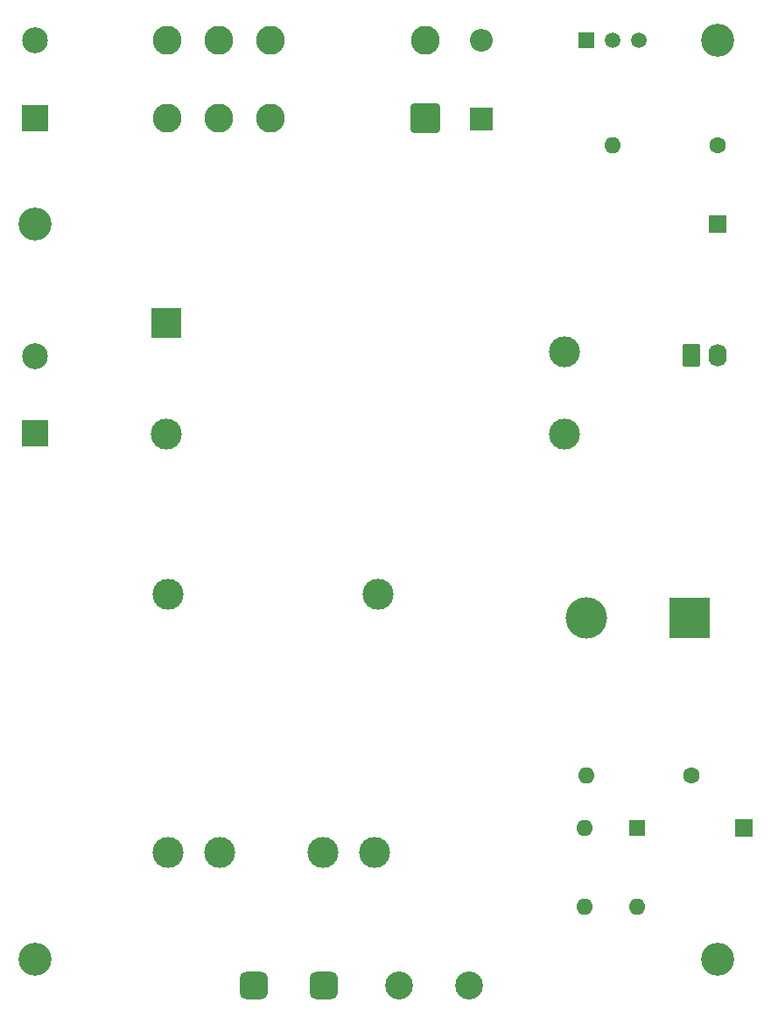
<source format=gbr>
%TF.GenerationSoftware,KiCad,Pcbnew,8.0.6*%
%TF.CreationDate,2025-01-21T14:29:15+01:00*%
%TF.ProjectId,Stromversorgung,5374726f-6d76-4657-9273-6f7267756e67,rev?*%
%TF.SameCoordinates,Original*%
%TF.FileFunction,Soldermask,Bot*%
%TF.FilePolarity,Negative*%
%FSLAX46Y46*%
G04 Gerber Fmt 4.6, Leading zero omitted, Abs format (unit mm)*
G04 Created by KiCad (PCBNEW 8.0.6) date 2025-01-21 14:29:15*
%MOMM*%
%LPD*%
G01*
G04 APERTURE LIST*
G04 Aperture macros list*
%AMRoundRect*
0 Rectangle with rounded corners*
0 $1 Rounding radius*
0 $2 $3 $4 $5 $6 $7 $8 $9 X,Y pos of 4 corners*
0 Add a 4 corners polygon primitive as box body*
4,1,4,$2,$3,$4,$5,$6,$7,$8,$9,$2,$3,0*
0 Add four circle primitives for the rounded corners*
1,1,$1+$1,$2,$3*
1,1,$1+$1,$4,$5*
1,1,$1+$1,$6,$7*
1,1,$1+$1,$8,$9*
0 Add four rect primitives between the rounded corners*
20,1,$1+$1,$2,$3,$4,$5,0*
20,1,$1+$1,$4,$5,$6,$7,0*
20,1,$1+$1,$6,$7,$8,$9,0*
20,1,$1+$1,$8,$9,$2,$3,0*%
G04 Aperture macros list end*
%ADD10C,3.200000*%
%ADD11C,3.000000*%
%ADD12RoundRect,0.675000X-0.675000X-0.675000X0.675000X-0.675000X0.675000X0.675000X-0.675000X0.675000X0*%
%ADD13C,2.700000*%
%ADD14RoundRect,0.250000X-0.620000X-0.845000X0.620000X-0.845000X0.620000X0.845000X-0.620000X0.845000X0*%
%ADD15O,1.740000X2.190000*%
%ADD16R,1.700000X1.700000*%
%ADD17C,1.600000*%
%ADD18O,1.600000X1.600000*%
%ADD19R,1.600000X1.600000*%
%ADD20R,1.500000X1.500000*%
%ADD21C,1.500000*%
%ADD22R,2.500000X2.500000*%
%ADD23C,2.500000*%
%ADD24C,2.800000*%
%ADD25RoundRect,0.250000X1.150000X1.150000X-1.150000X1.150000X-1.150000X-1.150000X1.150000X-1.150000X0*%
%ADD26R,3.000000X3.000000*%
%ADD27R,4.000000X4.000000*%
%ADD28C,4.000000*%
%ADD29R,2.200000X2.200000*%
%ADD30O,2.200000X2.200000*%
G04 APERTURE END LIST*
D10*
%TO.C,REF\u002A\u002A*%
X73660000Y-132080000D03*
%TD*%
%TO.C,REF\u002A\u002A*%
X139700000Y-132080000D03*
%TD*%
D11*
%TO.C,T1*%
X86520000Y-96720000D03*
X106840000Y-96720000D03*
X106520000Y-121720000D03*
X101520000Y-121720000D03*
X91520000Y-121720000D03*
X86520000Y-121720000D03*
%TD*%
D12*
%TO.C,F1*%
X94840000Y-134620000D03*
X101600000Y-134620000D03*
D13*
X108880000Y-134620000D03*
X115640000Y-134620000D03*
%TD*%
D14*
%TO.C,J3*%
X137160000Y-73660000D03*
D15*
X139700000Y-73660000D03*
%TD*%
D16*
%TO.C,J2*%
X139700000Y-60960000D03*
%TD*%
D17*
%TO.C,R2*%
X137160000Y-114300000D03*
D18*
X127000000Y-114300000D03*
%TD*%
D19*
%TO.C,D2*%
X131940000Y-119380000D03*
D18*
X126860000Y-119380000D03*
X126860000Y-127000000D03*
X131940000Y-127000000D03*
%TD*%
D20*
%TO.C,Q1*%
X127000000Y-43180000D03*
D21*
X129540000Y-43180000D03*
X132080000Y-43180000D03*
%TD*%
D22*
%TO.C,J4*%
X73660000Y-50680000D03*
D23*
X73660000Y-43180000D03*
%TD*%
D16*
%TO.C,J5*%
X142240000Y-119380000D03*
%TD*%
D22*
%TO.C,J1*%
X73660000Y-81220000D03*
D23*
X73660000Y-73720000D03*
%TD*%
D17*
%TO.C,R1*%
X139700000Y-53340000D03*
D18*
X129540000Y-53340000D03*
%TD*%
D24*
%TO.C,K1*%
X91440000Y-50680000D03*
X96440000Y-50680000D03*
X86440000Y-50680000D03*
X91440000Y-43180000D03*
X96440000Y-43180000D03*
X86440000Y-43180000D03*
D25*
X111440000Y-50680000D03*
D24*
X111440000Y-43180000D03*
%TD*%
D26*
%TO.C,PS1*%
X86360000Y-70530000D03*
D11*
X86360000Y-81280000D03*
X124860000Y-81280000D03*
X124860000Y-73280000D03*
%TD*%
D27*
%TO.C,C1*%
X137000000Y-99060000D03*
D28*
X127000000Y-99060000D03*
%TD*%
D10*
%TO.C,REF\u002A\u002A*%
X73660000Y-60960000D03*
%TD*%
D29*
%TO.C,D1*%
X116840000Y-50800000D03*
D30*
X116840000Y-43180000D03*
%TD*%
D10*
%TO.C,REF\u002A\u002A*%
X139700000Y-43180000D03*
%TD*%
M02*

</source>
